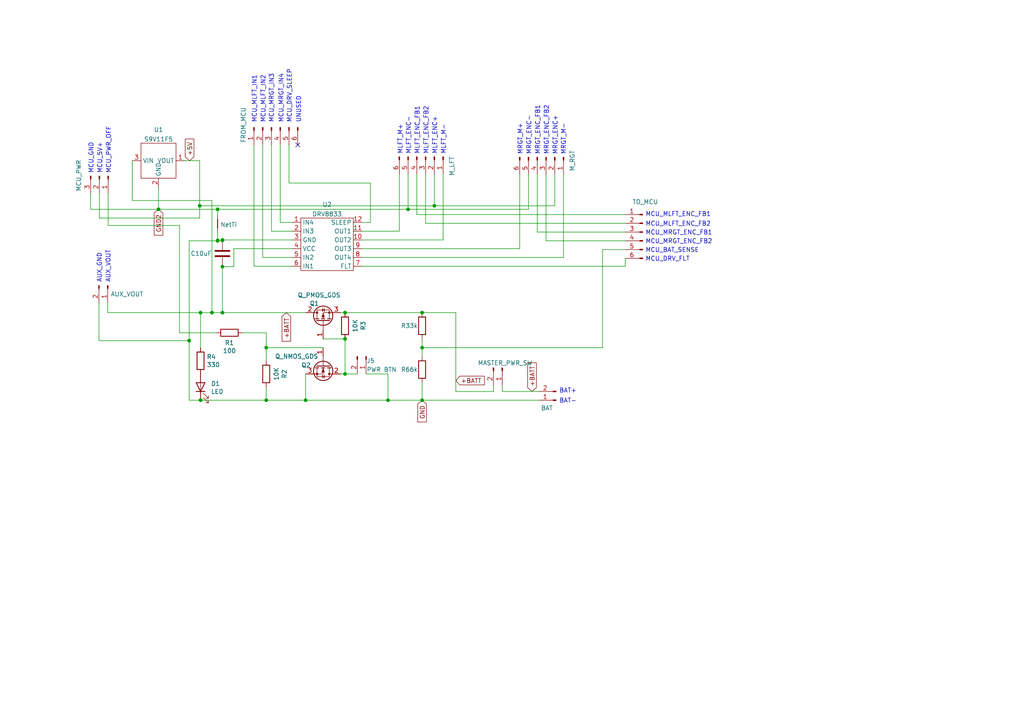
<source format=kicad_sch>
(kicad_sch (version 20211123) (generator eeschema)
  (paper "A4")
  (lib_symbols
    (symbol "Connector:Conn_01x02_Male" (pin_names (offset 1.016) hide)
      (property "Reference" "J" (at 0 2.54 0))
      (property "Value" "Conn_01x02_Male" (at 0 -5.08 0))
      (symbol "Conn_01x02_Male_1_1"
        (polyline (pts (xy 1.27 -2.54) (xy 0.8636 -2.54)) (stroke (width 0.1524)))
        (polyline (pts (xy 1.27 0) (xy 0.8636 0)) (stroke (width 0.1524)))
        (rectangle (start 0.8636 -2.413) (end 0 -2.667) (stroke (width 0.1524)) (fill (type outline)))
        (rectangle (start 0.8636 0.127) (end 0 -0.127) (stroke (width 0.1524)) (fill (type outline)))
        (pin passive line (at 5.08 0 180) (length 3.81) (name "Pin_1") (number "1"))
        (pin passive line (at 5.08 -2.54 180) (length 3.81) (name "Pin_2") (number "2"))
      )
    )
    (symbol "Connector:Conn_01x03_Male" (pin_names (offset 1.016) hide)
      (property "Reference" "J" (at 0 5.08 0))
      (property "Value" "Conn_01x03_Male" (at 0 -5.08 0))
      (symbol "Conn_01x03_Male_1_1"
        (polyline (pts (xy 1.27 -2.54) (xy 0.8636 -2.54)) (stroke (width 0.1524)))
        (polyline (pts (xy 1.27 0) (xy 0.8636 0)) (stroke (width 0.1524)))
        (polyline (pts (xy 1.27 2.54) (xy 0.8636 2.54)) (stroke (width 0.1524)))
        (rectangle (start 0.8636 -2.413) (end 0 -2.667) (stroke (width 0.1524)) (fill (type outline)))
        (rectangle (start 0.8636 0.127) (end 0 -0.127) (stroke (width 0.1524)) (fill (type outline)))
        (rectangle (start 0.8636 2.667) (end 0 2.413) (stroke (width 0.1524)) (fill (type outline)))
        (pin passive line (at 5.08 2.54 180) (length 3.81) (name "Pin_1") (number "1"))
        (pin passive line (at 5.08 0 180) (length 3.81) (name "Pin_2") (number "2"))
        (pin passive line (at 5.08 -2.54 180) (length 3.81) (name "Pin_3") (number "3"))
      )
    )
    (symbol "Connector:Conn_01x06_Male" (pin_names (offset 1.016) hide)
      (property "Reference" "J" (at 0 7.62 0))
      (property "Value" "Conn_01x06_Male" (at 0 -10.16 0))
      (symbol "Conn_01x06_Male_1_1"
        (polyline (pts (xy 1.27 -7.62) (xy 0.8636 -7.62)) (stroke (width 0.1524)))
        (polyline (pts (xy 1.27 -5.08) (xy 0.8636 -5.08)) (stroke (width 0.1524)))
        (polyline (pts (xy 1.27 -2.54) (xy 0.8636 -2.54)) (stroke (width 0.1524)))
        (polyline (pts (xy 1.27 0) (xy 0.8636 0)) (stroke (width 0.1524)))
        (polyline (pts (xy 1.27 2.54) (xy 0.8636 2.54)) (stroke (width 0.1524)))
        (polyline (pts (xy 1.27 5.08) (xy 0.8636 5.08)) (stroke (width 0.1524)))
        (rectangle (start 0.8636 -7.493) (end 0 -7.747) (stroke (width 0.1524)) (fill (type outline)))
        (rectangle (start 0.8636 -4.953) (end 0 -5.207) (stroke (width 0.1524)) (fill (type outline)))
        (rectangle (start 0.8636 -2.413) (end 0 -2.667) (stroke (width 0.1524)) (fill (type outline)))
        (rectangle (start 0.8636 0.127) (end 0 -0.127) (stroke (width 0.1524)) (fill (type outline)))
        (rectangle (start 0.8636 2.667) (end 0 2.413) (stroke (width 0.1524)) (fill (type outline)))
        (rectangle (start 0.8636 5.207) (end 0 4.953) (stroke (width 0.1524)) (fill (type outline)))
        (pin passive line (at 5.08 5.08 180) (length 3.81) (name "Pin_1") (number "1"))
        (pin passive line (at 5.08 2.54 180) (length 3.81) (name "Pin_2") (number "2"))
        (pin passive line (at 5.08 0 180) (length 3.81) (name "Pin_3") (number "3"))
        (pin passive line (at 5.08 -2.54 180) (length 3.81) (name "Pin_4") (number "4"))
        (pin passive line (at 5.08 -5.08 180) (length 3.81) (name "Pin_5") (number "5"))
        (pin passive line (at 5.08 -7.62 180) (length 3.81) (name "Pin_6") (number "6"))
      )
    )
    (symbol "Device:C" (pin_numbers hide) (pin_names (offset 0.254))
      (property "Reference" "C" (at 0.635 2.54 0))
      (property "Value" "C" (at 0.635 -2.54 0))
      (symbol "C_0_1"
        (polyline (pts (xy -2.032 -0.762) (xy 2.032 -0.762)) (stroke (width 0.508)))
        (polyline (pts (xy -2.032 0.762) (xy 2.032 0.762)) (stroke (width 0.508)))
      )
      (symbol "C_1_1"
        (pin passive line (at 0 3.81 270) (length 2.794) (name "~") (number "1"))
        (pin passive line (at 0 -3.81 90) (length 2.794) (name "~") (number "2"))
      )
    )
    (symbol "Device:LED" (pin_numbers hide) (pin_names (offset 1.016) hide)
      (property "Reference" "D" (at 0 2.54 0))
      (property "Value" "LED" (at 0 -2.54 0))
      (symbol "LED_0_1"
        (polyline (pts (xy -1.27 -1.27) (xy -1.27 1.27)) (stroke (width 0.254)))
        (polyline (pts (xy -1.27 0) (xy 1.27 0)))
        (polyline (pts (xy 1.27 -1.27) (xy 1.27 1.27) (xy -1.27 0) (xy 1.27 -1.27)) (stroke (width 0.254)))
        (polyline (pts (xy -3.048 -0.762) (xy -4.572 -2.286) (xy -3.81 -2.286) (xy -4.572 -2.286) (xy -4.572 -1.524)))
        (polyline (pts (xy -1.778 -0.762) (xy -3.302 -2.286) (xy -2.54 -2.286) (xy -3.302 -2.286) (xy -3.302 -1.524)))
      )
      (symbol "LED_1_1"
        (pin passive line (at -3.81 0 0) (length 2.54) (name "K") (number "1"))
        (pin passive line (at 3.81 0 180) (length 2.54) (name "A") (number "2"))
      )
    )
    (symbol "Device:NetTie_2" (pin_numbers hide) (pin_names (offset 0) hide)
      (property "Reference" "NT" (at 0 1.27 0))
      (property "Value" "NetTie_2" (at 0 -1.27 0))
      (symbol "NetTie_2_0_1"
        (polyline (pts (xy -1.27 0) (xy 1.27 0)) (stroke (width 0.254)))
      )
      (symbol "NetTie_2_1_1"
        (pin passive line (at -2.54 0 0) (length 2.54) (name "1") (number "1"))
        (pin passive line (at 2.54 0 180) (length 2.54) (name "2") (number "2"))
      )
    )
    (symbol "Device:Q_NMOS_GDS" (pin_names (offset 0) hide)
      (property "Reference" "Q" (at 5.08 1.27 0))
      (property "Value" "Q_NMOS_GDS" (at 5.08 -1.27 0))
      (symbol "Q_NMOS_GDS_0_1"
        (polyline (pts (xy 0.254 0) (xy -2.54 0)))
        (polyline (pts (xy 0.254 1.905) (xy 0.254 -1.905)) (stroke (width 0.254)))
        (polyline (pts (xy 0.762 -1.27) (xy 0.762 -2.286)) (stroke (width 0.254)))
        (polyline (pts (xy 0.762 0.508) (xy 0.762 -0.508)) (stroke (width 0.254)))
        (polyline (pts (xy 0.762 2.286) (xy 0.762 1.27)) (stroke (width 0.254)))
        (polyline (pts (xy 2.54 2.54) (xy 2.54 1.778)))
        (polyline (pts (xy 2.54 -2.54) (xy 2.54 0) (xy 0.762 0)))
        (polyline (pts (xy 0.762 -1.778) (xy 3.302 -1.778) (xy 3.302 1.778) (xy 0.762 1.778)))
        (polyline (pts (xy 1.016 0) (xy 2.032 0.381) (xy 2.032 -0.381) (xy 1.016 0)) (fill (type outline)))
        (polyline (pts (xy 2.794 0.508) (xy 2.921 0.381) (xy 3.683 0.381) (xy 3.81 0.254)))
        (polyline (pts (xy 3.302 0.381) (xy 2.921 -0.254) (xy 3.683 -0.254) (xy 3.302 0.381)))
        (circle (center 1.651 0) (radius 2.794) (stroke (width 0.254)))
        (circle (center 2.54 -1.778) (radius 0.254) (fill (type outline)))
        (circle (center 2.54 1.778) (radius 0.254) (fill (type outline)))
      )
      (symbol "Q_NMOS_GDS_1_1"
        (pin input line (at -5.08 0 0) (length 2.54) (name "G") (number "1"))
        (pin passive line (at 2.54 5.08 270) (length 2.54) (name "D") (number "2"))
        (pin passive line (at 2.54 -5.08 90) (length 2.54) (name "S") (number "3"))
      )
    )
    (symbol "Device:Q_PMOS_GDS" (pin_names (offset 0) hide)
      (property "Reference" "Q" (at 5.08 1.27 0))
      (property "Value" "Q_PMOS_GDS" (at 5.08 -1.27 0))
      (symbol "Q_PMOS_GDS_0_1"
        (polyline (pts (xy 0.254 0) (xy -2.54 0)))
        (polyline (pts (xy 0.254 1.905) (xy 0.254 -1.905)) (stroke (width 0.254)))
        (polyline (pts (xy 0.762 -1.27) (xy 0.762 -2.286)) (stroke (width 0.254)))
        (polyline (pts (xy 0.762 0.508) (xy 0.762 -0.508)) (stroke (width 0.254)))
        (polyline (pts (xy 0.762 2.286) (xy 0.762 1.27)) (stroke (width 0.254)))
        (polyline (pts (xy 2.54 2.54) (xy 2.54 1.778)))
        (polyline (pts (xy 2.54 -2.54) (xy 2.54 0) (xy 0.762 0)))
        (polyline (pts (xy 0.762 1.778) (xy 3.302 1.778) (xy 3.302 -1.778) (xy 0.762 -1.778)))
        (polyline (pts (xy 2.286 0) (xy 1.27 0.381) (xy 1.27 -0.381) (xy 2.286 0)) (fill (type outline)))
        (polyline (pts (xy 2.794 -0.508) (xy 2.921 -0.381) (xy 3.683 -0.381) (xy 3.81 -0.254)))
        (polyline (pts (xy 3.302 -0.381) (xy 2.921 0.254) (xy 3.683 0.254) (xy 3.302 -0.381)))
        (circle (center 1.651 0) (radius 2.794) (stroke (width 0.254)))
        (circle (center 2.54 -1.778) (radius 0.254) (fill (type outline)))
        (circle (center 2.54 1.778) (radius 0.254) (fill (type outline)))
      )
      (symbol "Q_PMOS_GDS_1_1"
        (pin input line (at -5.08 0 0) (length 2.54) (name "G") (number "1"))
        (pin passive line (at 2.54 5.08 270) (length 2.54) (name "D") (number "2"))
        (pin passive line (at 2.54 -5.08 90) (length 2.54) (name "S") (number "3"))
      )
    )
    (symbol "Device:R" (pin_numbers hide) (pin_names (offset 0))
      (property "Reference" "R" (at 2.032 0 90))
      (property "Value" "R" (at 0 0 90))
      (symbol "R_0_1"
        (rectangle (start -1.016 -2.54) (end 1.016 2.54) (stroke (width 0.254)))
      )
      (symbol "R_1_1"
        (pin passive line (at 0 3.81 270) (length 1.27) (name "~") (number "1"))
        (pin passive line (at 0 -3.81 90) (length 1.27) (name "~") (number "2"))
      )
    )
    (symbol "tobi:DRV8833"
      (property "Reference" "U" (at -6.35 7.62 0))
      (property "Value" "DRV8833" (at 3.81 -10.16 0))
      (symbol "DRV8833_0_1"
        (rectangle (start -7.62 6.35) (end 7.62 -8.89) (stroke (width 0.1524)))
      )
      (symbol "DRV8833_1_1"
        (pin input line (at -10.16 5.08 0) (length 2.54) (name "IN4") (number "1"))
        (pin output line (at 10.16 0 180) (length 2.54) (name "OUT2") (number "10"))
        (pin output line (at 10.16 2.54 180) (length 2.54) (name "OUT1") (number "11"))
        (pin input line (at 10.16 5.08 180) (length 2.54) (name "SLEEP") (number "12"))
        (pin input line (at -10.16 2.54 0) (length 2.54) (name "IN3") (number "2"))
        (pin power_in line (at -10.16 0 0) (length 2.54) (name "GND") (number "3"))
        (pin power_in line (at -10.16 -2.54 0) (length 2.54) (name "VCC") (number "4"))
        (pin input line (at -10.16 -5.08 0) (length 2.54) (name "IN2") (number "5"))
        (pin input line (at -10.16 -7.62 0) (length 2.54) (name "IN1") (number "6"))
        (pin output line (at 10.16 -7.62 180) (length 2.54) (name "FLT") (number "7"))
        (pin output line (at 10.16 -5.08 180) (length 2.54) (name "OUT4") (number "8"))
        (pin output line (at 10.16 -2.54 180) (length 2.54) (name "OUT3") (number "9"))
      )
    )
    (symbol "tobi:S9V11F5"
      (property "Reference" "U" (at -3.81 6.35 0))
      (property "Value" "S9V11F5" (at 5.08 -6.35 0))
      (symbol "S9V11F5_0_1"
        (rectangle (start -5.08 5.08) (end 5.08 -5.08) (stroke (width 0.1524)))
      )
      (symbol "S9V11F5_1_1"
        (pin power_out line (at 7.62 0 180) (length 2.54) (name "VOUT") (number "1"))
        (pin power_in line (at 0 -7.62 90) (length 2.54) (name "GND") (number "2"))
        (pin power_in line (at -7.62 0 0) (length 2.54) (name "VIN") (number "3"))
      )
    )
  )
  (junction (at 112.522 116.078))
  (junction (at 63.119 69.723))
  (junction (at 100.076 98.298))
  (junction (at 88.646 116.078))
  (junction (at 122.428 90.678))
  (junction (at 58.166 90.678))
  (junction (at 61.468 90.678))
  (junction (at 63.119 60.706))
  (junction (at 63.119 69.85))
  (junction (at 45.974 60.706))
  (junction (at 64.516 69.723))
  (junction (at 77.216 100.838))
  (junction (at 77.216 116.078))
  (junction (at 64.516 77.343))
  (junction (at 58.166 116.078))
  (junction (at 125.984 59.69))
  (junction (at 64.516 69.596))
  (junction (at 122.428 100.838))
  (junction (at 118.364 60.706))
  (junction (at 122.428 116.078))
  (junction (at 54.864 98.806))
  (junction (at 64.516 90.678))
  (junction (at 100.076 90.678))
  (junction (at 57.912 59.69))
  (junction (at 100.076 108.458))
  (no_connect (at 86.36 42.037))
  (wire (pts (xy 112.522 116.078) (xy 122.428 116.078)))
  (wire (pts (xy 150.749 72.136) (xy 150.749 50.673)))
  (wire (pts (xy 67.818 72.136) (xy 67.818 77.343)))
  (wire (pts (xy 61.468 90.678) (xy 64.516 90.678)))
  (wire (pts (xy 122.428 116.078) (xy 156.21 116.078)))
  (wire (pts (xy 58.166 90.678) (xy 61.468 90.678)))
  (wire (pts (xy 54.864 98.806) (xy 54.864 116.078)))
  (wire (pts (xy 77.216 100.838) (xy 93.726 100.838)))
  (wire (pts (xy 155.829 50.673) (xy 155.829 67.31)))
  (wire (pts (xy 155.829 67.31) (xy 181.356 67.31)))
  (wire (pts (xy 54.864 116.078) (xy 58.166 116.078)))
  (wire (pts (xy 122.428 100.838) (xy 174.752 100.838)))
  (wire (pts (xy 54.864 69.85) (xy 63.119 69.85)))
  (wire (pts (xy 123.444 64.77) (xy 181.356 64.77)))
  (wire (pts (xy 70.358 96.52) (xy 77.216 96.52)))
  (wire (pts (xy 31.242 87.884) (xy 31.242 90.678)))
  (wire (pts (xy 122.428 98.298) (xy 122.428 100.838)))
  (wire (pts (xy 158.369 69.85) (xy 181.356 69.85)))
  (wire (pts (xy 73.66 77.216) (xy 73.66 42.037)))
  (wire (pts (xy 31.369 65.405) (xy 52.07 65.405)))
  (wire (pts (xy 105.029 64.516) (xy 107.442 64.516)))
  (wire (pts (xy 28.702 87.884) (xy 28.702 98.806)))
  (wire (pts (xy 57.912 46.609) (xy 57.912 59.69)))
  (wire (pts (xy 105.029 72.136) (xy 150.749 72.136)))
  (wire (pts (xy 62.738 96.52) (xy 52.07 96.52)))
  (wire (pts (xy 77.216 104.648) (xy 77.216 100.838)))
  (wire (pts (xy 107.442 53.086) (xy 83.82 53.086)))
  (wire (pts (xy 174.752 72.39) (xy 174.752 100.838)))
  (wire (pts (xy 132.207 113.538) (xy 143.129 113.538)))
  (wire (pts (xy 45.974 54.229) (xy 45.974 60.706)))
  (wire (pts (xy 61.468 58.166) (xy 61.468 90.678)))
  (wire (pts (xy 115.824 50.546) (xy 115.824 67.056)))
  (wire (pts (xy 106.172 108.458) (xy 112.522 108.458)))
  (wire (pts (xy 84.709 64.516) (xy 81.28 64.516)))
  (wire (pts (xy 125.984 50.546) (xy 125.984 59.69)))
  (wire (pts (xy 84.709 69.596) (xy 64.516 69.596)))
  (wire (pts (xy 112.522 108.458) (xy 112.522 116.078)))
  (wire (pts (xy 120.904 50.546) (xy 120.904 62.23)))
  (wire (pts (xy 63.119 67.437) (xy 63.119 69.723)))
  (wire (pts (xy 100.076 90.678) (xy 98.806 90.678)))
  (wire (pts (xy 105.029 77.216) (xy 181.356 77.216)))
  (wire (pts (xy 54.864 69.85) (xy 54.864 98.806)))
  (wire (pts (xy 84.709 77.216) (xy 73.66 77.216)))
  (wire (pts (xy 38.354 46.609) (xy 38.354 58.166)))
  (wire (pts (xy 28.829 56.134) (xy 28.829 63.246)))
  (wire (pts (xy 100.076 90.678) (xy 122.428 90.678)))
  (wire (pts (xy 93.726 98.298) (xy 100.076 98.298)))
  (wire (pts (xy 78.74 42.037) (xy 78.74 67.056)))
  (wire (pts (xy 63.119 60.706) (xy 63.119 62.357)))
  (wire (pts (xy 100.076 108.458) (xy 98.806 108.458)))
  (wire (pts (xy 76.2 74.676) (xy 76.2 42.037)))
  (wire (pts (xy 145.669 113.538) (xy 156.21 113.538)))
  (wire (pts (xy 122.428 110.998) (xy 122.428 116.078)))
  (wire (pts (xy 38.354 58.166) (xy 61.468 58.166)))
  (wire (pts (xy 63.119 60.706) (xy 118.364 60.706)))
  (wire (pts (xy 63.119 69.723) (xy 63.119 69.85)))
  (wire (pts (xy 77.216 96.52) (xy 77.216 100.838)))
  (wire (pts (xy 118.364 60.706) (xy 153.289 60.706)))
  (wire (pts (xy 125.984 59.69) (xy 160.909 59.69)))
  (wire (pts (xy 64.516 69.596) (xy 64.516 69.723)))
  (wire (pts (xy 143.129 111.76) (xy 143.129 113.538)))
  (wire (pts (xy 88.646 116.078) (xy 112.522 116.078)))
  (wire (pts (xy 26.289 60.706) (xy 45.974 60.706)))
  (wire (pts (xy 28.702 98.806) (xy 54.864 98.806)))
  (wire (pts (xy 31.242 90.678) (xy 58.166 90.678)))
  (wire (pts (xy 105.029 74.676) (xy 163.449 74.676)))
  (wire (pts (xy 81.28 64.516) (xy 81.28 42.037)))
  (wire (pts (xy 163.449 50.673) (xy 163.449 74.676)))
  (wire (pts (xy 77.216 116.078) (xy 88.646 116.078)))
  (wire (pts (xy 158.369 50.673) (xy 158.369 69.85)))
  (wire (pts (xy 67.818 72.136) (xy 84.709 72.136)))
  (wire (pts (xy 160.909 59.69) (xy 160.909 50.673)))
  (wire (pts (xy 28.829 63.246) (xy 57.912 63.246)))
  (wire (pts (xy 64.516 69.723) (xy 63.119 69.723)))
  (wire (pts (xy 64.516 77.343) (xy 67.818 77.343)))
  (wire (pts (xy 181.356 77.216) (xy 181.356 74.93)))
  (wire (pts (xy 100.076 98.298) (xy 100.076 108.458)))
  (wire (pts (xy 105.029 69.596) (xy 128.524 69.596)))
  (wire (pts (xy 132.207 90.678) (xy 132.207 113.538)))
  (wire (pts (xy 123.444 50.546) (xy 123.444 64.77)))
  (wire (pts (xy 45.974 60.706) (xy 63.119 60.706)))
  (wire (pts (xy 174.752 72.39) (xy 181.356 72.39)))
  (wire (pts (xy 153.289 50.673) (xy 153.289 60.706)))
  (wire (pts (xy 64.516 90.678) (xy 88.646 90.678)))
  (wire (pts (xy 57.912 59.69) (xy 125.984 59.69)))
  (wire (pts (xy 57.912 59.69) (xy 57.912 63.246)))
  (wire (pts (xy 31.369 56.134) (xy 31.369 65.405)))
  (wire (pts (xy 120.904 62.23) (xy 181.356 62.23)))
  (wire (pts (xy 88.646 108.458) (xy 88.646 116.078)))
  (wire (pts (xy 64.516 77.343) (xy 64.516 90.678)))
  (wire (pts (xy 58.166 116.078) (xy 77.216 116.078)))
  (wire (pts (xy 84.709 74.676) (xy 76.2 74.676)))
  (wire (pts (xy 77.216 112.268) (xy 77.216 116.078)))
  (wire (pts (xy 128.524 50.546) (xy 128.524 69.596)))
  (wire (pts (xy 83.82 53.086) (xy 83.82 42.037)))
  (wire (pts (xy 26.289 56.134) (xy 26.289 60.706)))
  (wire (pts (xy 132.207 90.678) (xy 122.428 90.678)))
  (wire (pts (xy 52.07 65.405) (xy 52.07 96.52)))
  (wire (pts (xy 84.709 67.056) (xy 78.74 67.056)))
  (wire (pts (xy 57.912 46.609) (xy 53.594 46.609)))
  (wire (pts (xy 122.428 100.838) (xy 122.428 103.378)))
  (wire (pts (xy 118.364 50.546) (xy 118.364 60.706)))
  (wire (pts (xy 105.029 67.056) (xy 115.824 67.056)))
  (wire (pts (xy 103.632 108.458) (xy 100.076 108.458)))
  (wire (pts (xy 145.669 111.76) (xy 145.669 113.538)))
  (wire (pts (xy 58.166 90.678) (xy 58.166 100.838)))
  (wire (pts (xy 107.442 64.516) (xy 107.442 53.086)))
  (text "MCU_MRGT_ENC_FB1" (at 187.198 68.326 0) (effects (font (size 1.27 1.27)) (justify left bottom)))
  (text "MCU_MRGT_IN3" (at 79.502 35.687 90) (effects (font (size 1.27 1.27)) (justify left bottom)))
  (text "MRGT_ENC_FB1" (at 156.718 44.958 90) (effects (font (size 1.27 1.27)) (justify left bottom)))
  (text "MCU_PWR_OFF" (at 32.258 50.419 90) (effects (font (size 1.27 1.27)) (justify left bottom)))
  (text "MCU_DRV_FLT" (at 187.198 75.946 0) (effects (font (size 1.27 1.27)) (justify left bottom)))
  (text "UNUSED" (at 87.376 35.687 90) (effects (font (size 1.27 1.27)) (justify left bottom)))
  (text "MRGT_ENC-" (at 154.178 44.958 90) (effects (font (size 1.27 1.27)) (justify left bottom)))
  (text "MLFT_ENC_FB2" (at 124.333 44.831 90) (effects (font (size 1.27 1.27)) (justify left bottom)))
  (text "BAT-" (at 162.179 117.094 0) (effects (font (size 1.27 1.27)) (justify left bottom)))
  (text "AUX_VOUT" (at 32.131 82.042 90) (effects (font (size 1.27 1.27)) (justify left bottom)))
  (text "MLFT_ENC_FB1" (at 121.793 44.831 90) (effects (font (size 1.27 1.27)) (justify left bottom)))
  (text "MLFT_M-" (at 129.413 44.831 90) (effects (font (size 1.27 1.27)) (justify left bottom)))
  (text "MLFT_ENC-" (at 119.253 44.831 90) (effects (font (size 1.27 1.27)) (justify left bottom)))
  (text "MLFT_M+" (at 116.84 44.831 90) (effects (font (size 1.27 1.27)) (justify left bottom)))
  (text "MCU_5V+" (at 29.718 50.419 90) (effects (font (size 1.27 1.27)) (justify left bottom)))
  (text "MCU_MLFT_IN2" (at 77.089 35.687 90) (effects (font (size 1.27 1.27)) (justify left bottom)))
  (text "MRGT_M+" (at 151.638 44.958 90) (effects (font (size 1.27 1.27)) (justify left bottom)))
  (text "MLFT_ENC+" (at 126.873 44.831 90) (effects (font (size 1.27 1.27)) (justify left bottom)))
  (text "MCU_MRGT_IN4" (at 82.296 35.687 90) (effects (font (size 1.27 1.27)) (justify left bottom)))
  (text "MCU_MLFT_ENC_FB2" (at 187.198 65.786 0) (effects (font (size 1.27 1.27)) (justify left bottom)))
  (text "MCU_BAT_SENSE" (at 187.198 73.406 0) (effects (font (size 1.27 1.27)) (justify left bottom)))
  (text "MCU_MRGT_ENC_FB2" (at 187.198 70.866 0) (effects (font (size 1.27 1.27)) (justify left bottom)))
  (text "MCU_MLFT_IN1" (at 74.549 35.687 90) (effects (font (size 1.27 1.27)) (justify left bottom)))
  (text "MCU_GND" (at 27.178 50.419 90) (effects (font (size 1.27 1.27)) (justify left bottom)))
  (text "MRGT_M-" (at 164.211 44.958 90) (effects (font (size 1.27 1.27)) (justify left bottom)))
  (text "AUX_GND" (at 29.591 82.042 90) (effects (font (size 1.27 1.27)) (justify left bottom)))
  (text "MRGT_ENC_FB2" (at 159.258 44.958 90) (effects (font (size 1.27 1.27)) (justify left bottom)))
  (text "MRGT_ENC+" (at 161.798 44.958 90) (effects (font (size 1.27 1.27)) (justify left bottom)))
  (text "MCU_DRV_SLEEP" (at 84.709 35.687 90) (effects (font (size 1.27 1.27)) (justify left bottom)))
  (text "BAT+" (at 162.179 114.173 0) (effects (font (size 1.27 1.27)) (justify left bottom)))
  (text "MCU_MLFT_ENC_FB1" (at 187.198 62.992 0) (effects (font (size 1.27 1.27)) (justify left bottom)))
  (global_label "GND" (shape input) (at 122.428 116.078 270) (property "Intersheet References" "${INTERSHEET_REFS}" (effects hide)))
  (global_label "+5V" (shape input) (at 54.991 46.609 90) (property "Intersheet References" "${INTERSHEET_REFS}" (effects hide)))
  (global_label "+BATT" (shape input) (at 132.207 110.363 0) (property "Intersheet References" "${INTERSHEET_REFS}" (effects hide)))
  (global_label "GND2" (shape input) (at 45.974 60.706 270) (property "Intersheet References" "${INTERSHEET_REFS}" (effects hide)))
  (global_label "+BATT" (shape input) (at 154.305 113.538 90) (property "Intersheet References" "${INTERSHEET_REFS}" (effects hide)))
  (global_label "+BATT" (shape input) (at 83.058 90.678 270) (property "Intersheet References" "${INTERSHEET_REFS}" (effects hide)))
  (symbol (lib_id "Device:R") (at 66.548 96.52 270) (unit 1)
    (property "Reference" "R1" (at 66.548 99.441 90))
    (property "Value" "100" (at 66.548 101.7524 90))
    (property "Footprint" "Resistor_THT:R_Axial_DIN0207_L6.3mm_D2.5mm_P10.16mm_Horizontal" (effects hide))
  )
  (symbol (lib_id "Device:R") (at 100.076 94.488 180) (unit 1)
    (property "Reference" "R3" (at 105.3338 94.488 90))
    (property "Value" "10K" (at 103.0224 94.488 90))
    (property "Footprint" "Resistor_THT:R_Axial_DIN0207_L6.3mm_D2.5mm_P10.16mm_Horizontal" (effects hide))
  )
  (symbol (lib_id "Device:R") (at 77.216 108.458 180) (unit 1)
    (property "Reference" "R2" (at 82.4738 108.458 90))
    (property "Value" "10K" (at 80.1624 108.458 90))
    (property "Footprint" "Resistor_THT:R_Axial_DIN0207_L6.3mm_D2.5mm_P10.16mm_Horizontal" (effects hide))
  )
  (symbol (lib_id "Device:Q_PMOS_GDS") (at 93.726 93.218 90) (unit 1)
    (property "Reference" "Q1" (at 92.5576 88.011 90) (effects (justify left)))
    (property "Value" "Q_PMOS_GDS" (at 98.806 85.598 90) (effects (justify left)))
    (property "Footprint" "Package_TO_SOT_THT:TO-220-3_Vertical" (effects hide))
  )
  (symbol (lib_id "Device:Q_NMOS_GDS") (at 93.726 105.918 270) (unit 1)
    (property "Reference" "Q2" (at 87.376 105.918 90) (effects (justify left)))
    (property "Value" "Q_NMOS_GDS" (at 79.756 103.378 90) (effects (justify left)))
    (property "Footprint" "Package_TO_SOT_THT:TO-220-3_Vertical" (effects hide))
  )
  (symbol (lib_id "Connector:Conn_01x02_Male") (at 106.172 103.378 270) (unit 1)
    (property "Reference" "J5" (at 108.712 104.648 90) (effects (justify right)))
    (property "Value" "PWR BTN" (at 115.062 107.188 90) (effects (justify right)))
    (property "Footprint" "Connector_PinHeader_2.54mm:PinHeader_1x02_P2.54mm_Vertical" (effects hide))
  )
  (symbol (lib_id "Device:LED") (at 58.166 112.268 90) (unit 1)
    (property "Reference" "D1" (at 61.1632 111.2774 90) (effects (justify right)))
    (property "Value" "LED" (at 61.1632 113.5888 90) (effects (justify right)))
    (property "Footprint" "LED_THT:LED_D5.0mm" (effects hide))
  )
  (symbol (lib_id "Device:R") (at 58.166 104.648 0) (unit 1)
    (property "Reference" "R4" (at 59.944 103.4796 0) (effects (justify left)))
    (property "Value" "330" (at 59.944 105.791 0) (effects (justify left)))
    (property "Footprint" "Resistor_THT:R_Axial_DIN0207_L6.3mm_D2.5mm_P10.16mm_Horizontal" (effects hide))
  )
  (symbol (lib_id "Device:C") (at 64.516 73.533 0) (unit 1)
    (property "Reference" "C1" (effects hide))
    (property "Value" "C10uF" (at 61.4172 73.533 0) (effects (justify right)))
    (property "Footprint" "Capacitor_THT:C_Axial_L12.0mm_D6.5mm_P15.00mm_Horizontal" (effects hide))
  )
  (symbol (lib_id "Device:R") (at 122.428 94.488 0) (unit 1)
    (property "Reference" "R5" (effects hide))
    (property "Value" "R33k" (at 121.2088 94.488 0) (effects (justify right)))
  )
  (symbol (lib_id "Device:R") (at 122.428 107.188 0) (unit 1)
    (property "Reference" "R6" (effects hide))
    (property "Value" "R66k" (at 121.2088 107.188 0) (effects (justify right)))
  )
  (symbol (lib_id "Connector:Conn_01x06_Male") (at 186.436 67.31 0) (mirror y) (unit 1)
    (property "Reference" "J22" (effects hide))
    (property "Value" "TO_MCU" (at 187.1472 59.2836 0) (effects (justify bottom)))
  )
  (symbol (lib_id "tobi:DRV8833") (at 94.869 69.596 0) (unit 1)
    (property "Reference" "U2" (at 94.869 59.3303 0))
    (property "Value" "DRV8833" (at 94.869 62.1054 0))
  )
  (symbol (lib_id "Connector:Conn_01x03_Male") (at 28.829 51.054 270) (unit 1)
    (property "Reference" "J1" (effects hide))
    (property "Value" "MCU_PWR" (at 22.829 50.9133 0))
  )
  (symbol (lib_id "Connector:Conn_01x02_Male") (at 31.242 82.804 270) (unit 1)
    (property "Reference" "J2" (effects hide))
    (property "Value" "AUX_VOUT" (at 32.0802 85.3056 90) (effects (justify left)))
  )
  (symbol (lib_id "Connector:Conn_01x06_Male") (at 78.74 36.957 90) (mirror x) (unit 1)
    (property "Reference" "J19" (effects hide))
    (property "Value" "FROM_MCU" (at 69.8766 36.2458 0) (effects (justify top)))
  )
  (symbol (lib_id "Connector:Conn_01x06_Male") (at 123.444 45.466 270) (unit 1)
    (property "Reference" "J4" (effects hide))
    (property "Value" "M_LFT" (at 131.064 45.339 0) (effects (justify left)))
  )
  (symbol (lib_id "Device:NetTie_2") (at 63.119 64.897 90) (unit 1)
    (property "Reference" "NT1" (effects hide))
    (property "Value" "NetTi" (at 63.881 65.151 90) (effects (justify right)))
  )
  (symbol (lib_id "Connector:Conn_01x02_Male") (at 161.29 116.078 180) (unit 1)
    (property "Reference" "J21" (effects hide))
    (property "Value" "BAT" (at 156.845 118.364 0) (effects (justify right)))
  )
  (symbol (lib_id "Connector:Conn_01x06_Male") (at 158.369 45.593 270) (unit 1)
    (property "Reference" "J20" (effects hide))
    (property "Value" "M_RGT" (at 165.989 46.609 0))
  )
  (symbol (lib_id "Connector:Conn_01x02_Male") (at 145.669 106.68 270) (unit 1)
    (property "Reference" "J6" (effects hide))
    (property "Value" "MASTER_PWR_SW" (at 138.557 105.283 90) (effects (justify left)))
  )
  (symbol (lib_id "tobi:S9V11F5") (at 45.974 46.609 0) (unit 1)
    (property "Reference" "U1" (at 45.974 37.6133 0))
    (property "Value" "S9V11F5" (at 45.974 40.3884 0))
    (property "Footprint" "tobi:pololu_5v_updown" (effects hide))
  )
)
</source>
